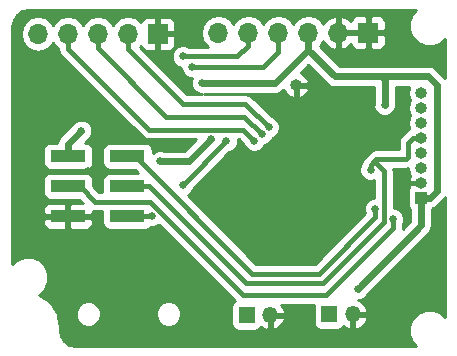
<source format=gbl>
G04 #@! TF.FileFunction,Copper,L2,Bot,Signal*
%FSLAX46Y46*%
G04 Gerber Fmt 4.6, Leading zero omitted, Abs format (unit mm)*
G04 Created by KiCad (PCBNEW 4.0.4-stable) date Thursday, September 28, 2017 'AMt' 07:09:09 AM*
%MOMM*%
%LPD*%
G01*
G04 APERTURE LIST*
%ADD10C,0.100000*%
%ADD11R,3.000000X1.000000*%
%ADD12R,1.000000X1.000000*%
%ADD13O,1.000000X1.000000*%
%ADD14R,1.700000X1.700000*%
%ADD15O,1.700000X1.700000*%
%ADD16R,1.350000X1.350000*%
%ADD17O,1.350000X1.350000*%
%ADD18C,0.650000*%
%ADD19C,0.400000*%
%ADD20C,0.600000*%
%ADD21C,0.406400*%
%ADD22C,0.250000*%
G04 APERTURE END LIST*
D10*
D11*
X145380000Y-108760000D03*
X150420000Y-108760000D03*
X145380000Y-111300000D03*
X150420000Y-111300000D03*
X145380000Y-113840000D03*
X150420000Y-113840000D03*
D12*
X175300000Y-112290000D03*
D13*
X175300000Y-111020000D03*
X175300000Y-109750000D03*
X175300000Y-108480000D03*
X175300000Y-107210000D03*
X175300000Y-105940000D03*
X175300000Y-104670000D03*
X175300000Y-103400000D03*
X164700000Y-102745000D03*
D14*
X153000000Y-98400000D03*
D15*
X150460000Y-98400000D03*
X147920000Y-98400000D03*
X145380000Y-98400000D03*
X142840000Y-98400000D03*
D14*
X170800000Y-98300000D03*
D15*
X168260000Y-98300000D03*
X165720000Y-98300000D03*
X163180000Y-98300000D03*
X160640000Y-98300000D03*
X158100000Y-98300000D03*
D16*
X160500000Y-122200000D03*
D17*
X162500000Y-122200000D03*
D16*
X167500000Y-122150000D03*
D17*
X169500000Y-122150000D03*
D18*
X154100000Y-117400000D03*
X160881500Y-116889384D03*
X169700000Y-105100000D03*
X167600000Y-106300000D03*
X147100000Y-110000000D03*
X155100000Y-111200000D03*
X158800000Y-107500000D03*
X152487347Y-113812653D03*
X153200000Y-109200000D03*
X157500000Y-107325000D03*
X146500000Y-106600000D03*
X156725000Y-102525000D03*
X172200000Y-104400000D03*
X169900000Y-120000000D03*
X161145875Y-107445088D03*
X161798958Y-106901042D03*
X162400000Y-106300000D03*
X171000000Y-109900000D03*
X172887347Y-114050000D03*
X171400000Y-113200000D03*
X155100000Y-100300000D03*
X155900000Y-101200000D03*
D19*
X158800000Y-107500000D02*
X155100000Y-111200000D01*
X150420000Y-113840000D02*
X152460000Y-113840000D01*
X152460000Y-113840000D02*
X152487347Y-113812653D01*
D20*
X155625000Y-109200000D02*
X153200000Y-109200000D01*
X157500000Y-107325000D02*
X155625000Y-109200000D01*
X145380000Y-108760000D02*
X145380000Y-107720000D01*
X145380000Y-107720000D02*
X146500000Y-106600000D01*
X165735000Y-99735000D02*
X162945000Y-102525000D01*
X162945000Y-102525000D02*
X156725000Y-102525000D01*
X175300000Y-112290000D02*
X176010000Y-112290000D01*
X176600000Y-102700000D02*
X175900000Y-102000000D01*
X176010000Y-112290000D02*
X176600000Y-111700000D01*
X176600000Y-111700000D02*
X176600000Y-102700000D01*
X175900000Y-102000000D02*
X171900000Y-102000000D01*
X169900000Y-120000000D02*
X175300000Y-114600000D01*
X175300000Y-114600000D02*
X175300000Y-112290000D01*
X165735000Y-98400000D02*
X165735000Y-99735000D01*
X165735000Y-99735000D02*
X168000000Y-102000000D01*
X168000000Y-102000000D02*
X171900000Y-102000000D01*
X171900000Y-102000000D02*
X172200000Y-102300000D01*
X172200000Y-102300000D02*
X172200000Y-104400000D01*
D19*
X145380000Y-98400000D02*
X145380000Y-99680000D01*
X145380000Y-99680000D02*
X152200000Y-106500000D01*
X152200000Y-106500000D02*
X160200787Y-106500000D01*
X160200787Y-106500000D02*
X161145875Y-107445088D01*
X147920000Y-98400000D02*
X147920000Y-99620000D01*
X147920000Y-99620000D02*
X153700000Y-105400000D01*
X153700000Y-105400000D02*
X160297916Y-105400000D01*
X160297916Y-105400000D02*
X161798958Y-106901042D01*
X150460000Y-98400000D02*
X150460000Y-99660000D01*
X150460000Y-99660000D02*
X155100000Y-104300000D01*
X155100000Y-104300000D02*
X160400000Y-104300000D01*
X160400000Y-104300000D02*
X162400000Y-106300000D01*
D21*
X175387000Y-109855000D02*
X175133000Y-109855000D01*
D19*
X150420000Y-111300000D02*
X152251458Y-111300000D01*
X152251458Y-111300000D02*
X160451458Y-119500000D01*
X160451458Y-119500000D02*
X166950000Y-119500000D01*
X172125001Y-114324999D02*
X172125001Y-110025001D01*
X166950000Y-119500000D02*
X172125001Y-114324999D01*
X172125001Y-110025001D02*
X171300000Y-109200000D01*
X171000000Y-109500000D02*
X171300000Y-109200000D01*
X171300000Y-109200000D02*
X171500000Y-109000000D01*
X171000000Y-109500000D02*
X171000000Y-109900000D01*
X171500000Y-109000000D02*
X172500000Y-109000000D01*
X174000000Y-109000000D02*
X172500000Y-109000000D01*
X174200000Y-108800000D02*
X174000000Y-109000000D01*
X174200000Y-107602894D02*
X174200000Y-108800000D01*
X175300000Y-107210000D02*
X174592894Y-107210000D01*
X174592894Y-107210000D02*
X174200000Y-107602894D01*
X172887347Y-114862653D02*
X172887347Y-114050000D01*
X172887347Y-114862653D02*
X167250000Y-120500000D01*
X160200000Y-120500000D02*
X152300000Y-112600000D01*
X167250000Y-120500000D02*
X160200000Y-120500000D01*
X152300000Y-112600000D02*
X147680000Y-112600000D01*
X147680000Y-112600000D02*
X146380000Y-111300000D01*
X146380000Y-111300000D02*
X145380000Y-111300000D01*
X150420000Y-108760000D02*
X151060000Y-108760000D01*
X151060000Y-108760000D02*
X161000000Y-118700000D01*
X161000000Y-118700000D02*
X166600000Y-118700000D01*
X166600000Y-118700000D02*
X171400000Y-113900000D01*
X171400000Y-113900000D02*
X171400000Y-113700000D01*
X171400000Y-113700000D02*
X171400000Y-113200000D01*
X171300000Y-113100000D02*
X171400000Y-113200000D01*
X155100000Y-100300000D02*
X159700000Y-100300000D01*
X159700000Y-100300000D02*
X160600000Y-99400000D01*
X160640000Y-98300000D02*
X160600000Y-98340000D01*
X160600000Y-98340000D02*
X160600000Y-99400000D01*
X155900000Y-101200000D02*
X161900000Y-101200000D01*
X161900000Y-101200000D02*
X163180000Y-99920000D01*
X163180000Y-99920000D02*
X163180000Y-98300000D01*
D22*
G36*
X174538469Y-96721590D02*
X174275300Y-97355371D01*
X174274701Y-98041618D01*
X174536763Y-98675858D01*
X175021590Y-99161531D01*
X175655371Y-99424700D01*
X176341618Y-99425299D01*
X176975858Y-99163237D01*
X177325000Y-98814703D01*
X177325000Y-102152074D01*
X177254074Y-102045926D01*
X177254071Y-102045924D01*
X176554074Y-101345926D01*
X176253983Y-101145411D01*
X175900000Y-101075000D01*
X168383148Y-101075000D01*
X166713255Y-99405107D01*
X166762983Y-99371880D01*
X166999085Y-99018527D01*
X167072185Y-99174497D01*
X167497258Y-99562487D01*
X167906628Y-99732045D01*
X168135000Y-99612812D01*
X168135000Y-98425000D01*
X168385000Y-98425000D01*
X168385000Y-99612812D01*
X168613372Y-99732045D01*
X169022742Y-99562487D01*
X169328690Y-99283229D01*
X169420150Y-99504034D01*
X169595966Y-99679849D01*
X169825680Y-99775000D01*
X170518750Y-99775000D01*
X170675000Y-99618750D01*
X170675000Y-98425000D01*
X170925000Y-98425000D01*
X170925000Y-99618750D01*
X171081250Y-99775000D01*
X171774320Y-99775000D01*
X172004034Y-99679849D01*
X172179850Y-99504034D01*
X172275000Y-99274320D01*
X172275000Y-98581250D01*
X172118750Y-98425000D01*
X170925000Y-98425000D01*
X170675000Y-98425000D01*
X168385000Y-98425000D01*
X168135000Y-98425000D01*
X168115000Y-98425000D01*
X168115000Y-98175000D01*
X168135000Y-98175000D01*
X168135000Y-96987188D01*
X168385000Y-96987188D01*
X168385000Y-98175000D01*
X170675000Y-98175000D01*
X170675000Y-96981250D01*
X170925000Y-96981250D01*
X170925000Y-98175000D01*
X172118750Y-98175000D01*
X172275000Y-98018750D01*
X172275000Y-97325680D01*
X172179850Y-97095966D01*
X172004034Y-96920151D01*
X171774320Y-96825000D01*
X171081250Y-96825000D01*
X170925000Y-96981250D01*
X170675000Y-96981250D01*
X170518750Y-96825000D01*
X169825680Y-96825000D01*
X169595966Y-96920151D01*
X169420150Y-97095966D01*
X169328690Y-97316771D01*
X169022742Y-97037513D01*
X168613372Y-96867955D01*
X168385000Y-96987188D01*
X168135000Y-96987188D01*
X167906628Y-96867955D01*
X167497258Y-97037513D01*
X167072185Y-97425503D01*
X166999085Y-97581473D01*
X166762983Y-97228120D01*
X166284458Y-96908381D01*
X165720000Y-96796103D01*
X165155542Y-96908381D01*
X164677017Y-97228120D01*
X164450000Y-97567876D01*
X164222983Y-97228120D01*
X163744458Y-96908381D01*
X163180000Y-96796103D01*
X162615542Y-96908381D01*
X162137017Y-97228120D01*
X161910000Y-97567876D01*
X161682983Y-97228120D01*
X161204458Y-96908381D01*
X160640000Y-96796103D01*
X160075542Y-96908381D01*
X159597017Y-97228120D01*
X159370000Y-97567876D01*
X159142983Y-97228120D01*
X158664458Y-96908381D01*
X158100000Y-96796103D01*
X157535542Y-96908381D01*
X157057017Y-97228120D01*
X156737278Y-97706645D01*
X156625000Y-98271103D01*
X156625000Y-98328897D01*
X156737278Y-98893355D01*
X157057017Y-99371880D01*
X157211348Y-99475000D01*
X155590433Y-99475000D01*
X155289796Y-99350165D01*
X154911862Y-99349835D01*
X154562571Y-99494159D01*
X154295098Y-99761165D01*
X154150165Y-100110204D01*
X154149835Y-100488138D01*
X154294159Y-100837429D01*
X154561165Y-101104902D01*
X154910204Y-101249835D01*
X154949956Y-101249870D01*
X154949835Y-101388138D01*
X155094159Y-101737429D01*
X155361165Y-102004902D01*
X155710204Y-102149835D01*
X155852085Y-102149959D01*
X155775165Y-102335204D01*
X155774835Y-102713138D01*
X155919159Y-103062429D01*
X156186165Y-103329902D01*
X156535204Y-103474835D01*
X156724171Y-103475000D01*
X155441726Y-103475000D01*
X151464392Y-99497666D01*
X151502983Y-99471880D01*
X151541521Y-99414204D01*
X151620150Y-99604034D01*
X151795966Y-99779849D01*
X152025680Y-99875000D01*
X152718750Y-99875000D01*
X152875000Y-99718750D01*
X152875000Y-98525000D01*
X153125000Y-98525000D01*
X153125000Y-99718750D01*
X153281250Y-99875000D01*
X153974320Y-99875000D01*
X154204034Y-99779849D01*
X154379850Y-99604034D01*
X154475000Y-99374320D01*
X154475000Y-98681250D01*
X154318750Y-98525000D01*
X153125000Y-98525000D01*
X152875000Y-98525000D01*
X152855000Y-98525000D01*
X152855000Y-98275000D01*
X152875000Y-98275000D01*
X152875000Y-97081250D01*
X153125000Y-97081250D01*
X153125000Y-98275000D01*
X154318750Y-98275000D01*
X154475000Y-98118750D01*
X154475000Y-97425680D01*
X154379850Y-97195966D01*
X154204034Y-97020151D01*
X153974320Y-96925000D01*
X153281250Y-96925000D01*
X153125000Y-97081250D01*
X152875000Y-97081250D01*
X152718750Y-96925000D01*
X152025680Y-96925000D01*
X151795966Y-97020151D01*
X151620150Y-97195966D01*
X151541521Y-97385796D01*
X151502983Y-97328120D01*
X151024458Y-97008381D01*
X150460000Y-96896103D01*
X149895542Y-97008381D01*
X149417017Y-97328120D01*
X149190000Y-97667876D01*
X148962983Y-97328120D01*
X148484458Y-97008381D01*
X147920000Y-96896103D01*
X147355542Y-97008381D01*
X146877017Y-97328120D01*
X146650000Y-97667876D01*
X146422983Y-97328120D01*
X145944458Y-97008381D01*
X145380000Y-96896103D01*
X144815542Y-97008381D01*
X144337017Y-97328120D01*
X144110000Y-97667876D01*
X143882983Y-97328120D01*
X143404458Y-97008381D01*
X142840000Y-96896103D01*
X142275542Y-97008381D01*
X141797017Y-97328120D01*
X141477278Y-97806645D01*
X141365000Y-98371103D01*
X141365000Y-98428897D01*
X141477278Y-98993355D01*
X141797017Y-99471880D01*
X142275542Y-99791619D01*
X142840000Y-99903897D01*
X143404458Y-99791619D01*
X143882983Y-99471880D01*
X144110000Y-99132124D01*
X144337017Y-99471880D01*
X144555000Y-99617531D01*
X144555000Y-99680000D01*
X144617799Y-99995714D01*
X144796637Y-100263363D01*
X151616637Y-107083363D01*
X151884286Y-107262201D01*
X152200000Y-107325000D01*
X156191853Y-107325000D01*
X155241852Y-108275000D01*
X153449606Y-108275000D01*
X153389796Y-108250165D01*
X153011862Y-108249835D01*
X152662571Y-108394159D01*
X152557244Y-108499302D01*
X152557244Y-108260000D01*
X152513663Y-108028389D01*
X152376781Y-107815668D01*
X152167924Y-107672962D01*
X151920000Y-107622756D01*
X148920000Y-107622756D01*
X148688389Y-107666337D01*
X148475668Y-107803219D01*
X148332962Y-108012076D01*
X148282756Y-108260000D01*
X148282756Y-109260000D01*
X148326337Y-109491611D01*
X148463219Y-109704332D01*
X148672076Y-109847038D01*
X148920000Y-109897244D01*
X151030518Y-109897244D01*
X151296030Y-110162756D01*
X148920000Y-110162756D01*
X148688389Y-110206337D01*
X148475668Y-110343219D01*
X148332962Y-110552076D01*
X148282756Y-110800000D01*
X148282756Y-111775000D01*
X148021726Y-111775000D01*
X147517244Y-111270518D01*
X147517244Y-110800000D01*
X147473663Y-110568389D01*
X147336781Y-110355668D01*
X147127924Y-110212962D01*
X146880000Y-110162756D01*
X143880000Y-110162756D01*
X143648389Y-110206337D01*
X143435668Y-110343219D01*
X143292962Y-110552076D01*
X143242756Y-110800000D01*
X143242756Y-111800000D01*
X143286337Y-112031611D01*
X143423219Y-112244332D01*
X143632076Y-112387038D01*
X143880000Y-112437244D01*
X146350518Y-112437244D01*
X146628274Y-112715000D01*
X145661250Y-112715000D01*
X145505000Y-112871250D01*
X145505000Y-113715000D01*
X147348750Y-113715000D01*
X147505000Y-113558750D01*
X147505000Y-113390191D01*
X147680000Y-113425000D01*
X148282756Y-113425000D01*
X148282756Y-114340000D01*
X148326337Y-114571611D01*
X148463219Y-114784332D01*
X148672076Y-114927038D01*
X148920000Y-114977244D01*
X151920000Y-114977244D01*
X152151611Y-114933663D01*
X152364332Y-114796781D01*
X152387710Y-114762567D01*
X152675485Y-114762818D01*
X153024776Y-114618494D01*
X153088327Y-114555053D01*
X159515032Y-120981758D01*
X159380668Y-121068219D01*
X159237962Y-121277076D01*
X159187756Y-121525000D01*
X159187756Y-122875000D01*
X159231337Y-123106611D01*
X159368219Y-123319332D01*
X159577076Y-123462038D01*
X159825000Y-123512244D01*
X161175000Y-123512244D01*
X161406611Y-123468663D01*
X161619332Y-123331781D01*
X161707959Y-123202071D01*
X161840540Y-123320330D01*
X162174117Y-123458491D01*
X162375000Y-123336899D01*
X162375000Y-122325000D01*
X162625000Y-122325000D01*
X162625000Y-123336899D01*
X162825883Y-123458491D01*
X163159460Y-123320330D01*
X163537993Y-122982686D01*
X163758502Y-122525885D01*
X163637737Y-122325000D01*
X162625000Y-122325000D01*
X162375000Y-122325000D01*
X162355000Y-122325000D01*
X162355000Y-122075000D01*
X162375000Y-122075000D01*
X162375000Y-122055000D01*
X162625000Y-122055000D01*
X162625000Y-122075000D01*
X163637737Y-122075000D01*
X163758502Y-121874115D01*
X163537993Y-121417314D01*
X163434500Y-121325000D01*
X166218132Y-121325000D01*
X166187756Y-121475000D01*
X166187756Y-122825000D01*
X166231337Y-123056611D01*
X166368219Y-123269332D01*
X166577076Y-123412038D01*
X166825000Y-123462244D01*
X168175000Y-123462244D01*
X168406611Y-123418663D01*
X168619332Y-123281781D01*
X168707959Y-123152071D01*
X168840540Y-123270330D01*
X169174117Y-123408491D01*
X169375000Y-123286899D01*
X169375000Y-122275000D01*
X169625000Y-122275000D01*
X169625000Y-123286899D01*
X169825883Y-123408491D01*
X170159460Y-123270330D01*
X170537993Y-122932686D01*
X170758502Y-122475885D01*
X170637737Y-122275000D01*
X169625000Y-122275000D01*
X169375000Y-122275000D01*
X169355000Y-122275000D01*
X169355000Y-122025000D01*
X169375000Y-122025000D01*
X169375000Y-122005000D01*
X169625000Y-122005000D01*
X169625000Y-122025000D01*
X170637737Y-122025000D01*
X170758502Y-121824115D01*
X170537993Y-121367314D01*
X170159460Y-121029670D01*
X169967248Y-120950059D01*
X170088138Y-120950165D01*
X170437429Y-120805841D01*
X170704902Y-120538835D01*
X170730173Y-120477975D01*
X175954074Y-115254074D01*
X176154589Y-114953983D01*
X176225000Y-114600000D01*
X176225000Y-113259221D01*
X176244332Y-113246781D01*
X176306320Y-113156059D01*
X176363983Y-113144589D01*
X176664074Y-112944074D01*
X177254074Y-112354074D01*
X177325000Y-112247926D01*
X177325000Y-122385664D01*
X176978410Y-122038469D01*
X176344629Y-121775300D01*
X175658382Y-121774701D01*
X175024142Y-122036763D01*
X174538469Y-122521590D01*
X174275300Y-123155371D01*
X174274701Y-123841618D01*
X174536763Y-124475858D01*
X174885297Y-124825000D01*
X146066481Y-124825000D01*
X145498004Y-124711923D01*
X145072435Y-124427567D01*
X144788077Y-124001996D01*
X144675000Y-123433519D01*
X144675000Y-123000000D01*
X144662030Y-122934795D01*
X144662030Y-122868314D01*
X144551550Y-122312893D01*
X146024814Y-122312893D01*
X146188128Y-122708143D01*
X146490267Y-123010809D01*
X146885231Y-123174813D01*
X147312893Y-123175186D01*
X147708143Y-123011872D01*
X148010809Y-122709733D01*
X148174813Y-122314769D01*
X148174814Y-122312893D01*
X152824814Y-122312893D01*
X152988128Y-122708143D01*
X153290267Y-123010809D01*
X153685231Y-123174813D01*
X154112893Y-123175186D01*
X154508143Y-123011872D01*
X154810809Y-122709733D01*
X154974813Y-122314769D01*
X154975186Y-121887107D01*
X154811872Y-121491857D01*
X154509733Y-121189191D01*
X154114769Y-121025187D01*
X153687107Y-121024814D01*
X153291857Y-121188128D01*
X152989191Y-121490267D01*
X152825187Y-121885231D01*
X152824814Y-122312893D01*
X148174814Y-122312893D01*
X148175186Y-121887107D01*
X148011872Y-121491857D01*
X147709733Y-121189191D01*
X147314769Y-121025187D01*
X146887107Y-121024814D01*
X146491857Y-121188128D01*
X146189191Y-121490267D01*
X146025187Y-121885231D01*
X146024814Y-122312893D01*
X144551550Y-122312893D01*
X144509789Y-122102947D01*
X144409001Y-121859623D01*
X143975456Y-121210777D01*
X143975455Y-121210775D01*
X143896366Y-121131686D01*
X143789225Y-121024544D01*
X143789220Y-121024542D01*
X143140376Y-120590999D01*
X142903806Y-120493008D01*
X142975858Y-120463237D01*
X143461531Y-119978410D01*
X143724700Y-119344629D01*
X143725299Y-118658382D01*
X143463237Y-118024142D01*
X142978410Y-117538469D01*
X142344629Y-117275300D01*
X141658382Y-117274701D01*
X141024142Y-117536763D01*
X140675000Y-117885297D01*
X140675000Y-114121250D01*
X143255000Y-114121250D01*
X143255000Y-114464320D01*
X143350151Y-114694034D01*
X143525966Y-114869850D01*
X143755680Y-114965000D01*
X145098750Y-114965000D01*
X145255000Y-114808750D01*
X145255000Y-113965000D01*
X145505000Y-113965000D01*
X145505000Y-114808750D01*
X145661250Y-114965000D01*
X147004320Y-114965000D01*
X147234034Y-114869850D01*
X147409849Y-114694034D01*
X147505000Y-114464320D01*
X147505000Y-114121250D01*
X147348750Y-113965000D01*
X145505000Y-113965000D01*
X145255000Y-113965000D01*
X143411250Y-113965000D01*
X143255000Y-114121250D01*
X140675000Y-114121250D01*
X140675000Y-113215680D01*
X143255000Y-113215680D01*
X143255000Y-113558750D01*
X143411250Y-113715000D01*
X145255000Y-113715000D01*
X145255000Y-112871250D01*
X145098750Y-112715000D01*
X143755680Y-112715000D01*
X143525966Y-112810150D01*
X143350151Y-112985966D01*
X143255000Y-113215680D01*
X140675000Y-113215680D01*
X140675000Y-108260000D01*
X143242756Y-108260000D01*
X143242756Y-109260000D01*
X143286337Y-109491611D01*
X143423219Y-109704332D01*
X143632076Y-109847038D01*
X143880000Y-109897244D01*
X146880000Y-109897244D01*
X147111611Y-109853663D01*
X147324332Y-109716781D01*
X147467038Y-109507924D01*
X147517244Y-109260000D01*
X147517244Y-108260000D01*
X147473663Y-108028389D01*
X147336781Y-107815668D01*
X147127924Y-107672962D01*
X146880000Y-107622756D01*
X146785392Y-107622756D01*
X146977576Y-107430572D01*
X147037429Y-107405841D01*
X147304902Y-107138835D01*
X147449835Y-106789796D01*
X147450165Y-106411862D01*
X147305841Y-106062571D01*
X147038835Y-105795098D01*
X146689796Y-105650165D01*
X146311862Y-105649835D01*
X145962571Y-105794159D01*
X145695098Y-106061165D01*
X145669827Y-106122025D01*
X144725926Y-107065926D01*
X144525411Y-107366017D01*
X144474343Y-107622756D01*
X143880000Y-107622756D01*
X143648389Y-107666337D01*
X143435668Y-107803219D01*
X143292962Y-108012076D01*
X143242756Y-108260000D01*
X140675000Y-108260000D01*
X140675000Y-97766481D01*
X140788077Y-97198004D01*
X141072435Y-96772433D01*
X141498004Y-96488077D01*
X142066481Y-96375000D01*
X174885664Y-96375000D01*
X174538469Y-96721590D01*
X174538469Y-96721590D01*
G37*
X174538469Y-96721590D02*
X174275300Y-97355371D01*
X174274701Y-98041618D01*
X174536763Y-98675858D01*
X175021590Y-99161531D01*
X175655371Y-99424700D01*
X176341618Y-99425299D01*
X176975858Y-99163237D01*
X177325000Y-98814703D01*
X177325000Y-102152074D01*
X177254074Y-102045926D01*
X177254071Y-102045924D01*
X176554074Y-101345926D01*
X176253983Y-101145411D01*
X175900000Y-101075000D01*
X168383148Y-101075000D01*
X166713255Y-99405107D01*
X166762983Y-99371880D01*
X166999085Y-99018527D01*
X167072185Y-99174497D01*
X167497258Y-99562487D01*
X167906628Y-99732045D01*
X168135000Y-99612812D01*
X168135000Y-98425000D01*
X168385000Y-98425000D01*
X168385000Y-99612812D01*
X168613372Y-99732045D01*
X169022742Y-99562487D01*
X169328690Y-99283229D01*
X169420150Y-99504034D01*
X169595966Y-99679849D01*
X169825680Y-99775000D01*
X170518750Y-99775000D01*
X170675000Y-99618750D01*
X170675000Y-98425000D01*
X170925000Y-98425000D01*
X170925000Y-99618750D01*
X171081250Y-99775000D01*
X171774320Y-99775000D01*
X172004034Y-99679849D01*
X172179850Y-99504034D01*
X172275000Y-99274320D01*
X172275000Y-98581250D01*
X172118750Y-98425000D01*
X170925000Y-98425000D01*
X170675000Y-98425000D01*
X168385000Y-98425000D01*
X168135000Y-98425000D01*
X168115000Y-98425000D01*
X168115000Y-98175000D01*
X168135000Y-98175000D01*
X168135000Y-96987188D01*
X168385000Y-96987188D01*
X168385000Y-98175000D01*
X170675000Y-98175000D01*
X170675000Y-96981250D01*
X170925000Y-96981250D01*
X170925000Y-98175000D01*
X172118750Y-98175000D01*
X172275000Y-98018750D01*
X172275000Y-97325680D01*
X172179850Y-97095966D01*
X172004034Y-96920151D01*
X171774320Y-96825000D01*
X171081250Y-96825000D01*
X170925000Y-96981250D01*
X170675000Y-96981250D01*
X170518750Y-96825000D01*
X169825680Y-96825000D01*
X169595966Y-96920151D01*
X169420150Y-97095966D01*
X169328690Y-97316771D01*
X169022742Y-97037513D01*
X168613372Y-96867955D01*
X168385000Y-96987188D01*
X168135000Y-96987188D01*
X167906628Y-96867955D01*
X167497258Y-97037513D01*
X167072185Y-97425503D01*
X166999085Y-97581473D01*
X166762983Y-97228120D01*
X166284458Y-96908381D01*
X165720000Y-96796103D01*
X165155542Y-96908381D01*
X164677017Y-97228120D01*
X164450000Y-97567876D01*
X164222983Y-97228120D01*
X163744458Y-96908381D01*
X163180000Y-96796103D01*
X162615542Y-96908381D01*
X162137017Y-97228120D01*
X161910000Y-97567876D01*
X161682983Y-97228120D01*
X161204458Y-96908381D01*
X160640000Y-96796103D01*
X160075542Y-96908381D01*
X159597017Y-97228120D01*
X159370000Y-97567876D01*
X159142983Y-97228120D01*
X158664458Y-96908381D01*
X158100000Y-96796103D01*
X157535542Y-96908381D01*
X157057017Y-97228120D01*
X156737278Y-97706645D01*
X156625000Y-98271103D01*
X156625000Y-98328897D01*
X156737278Y-98893355D01*
X157057017Y-99371880D01*
X157211348Y-99475000D01*
X155590433Y-99475000D01*
X155289796Y-99350165D01*
X154911862Y-99349835D01*
X154562571Y-99494159D01*
X154295098Y-99761165D01*
X154150165Y-100110204D01*
X154149835Y-100488138D01*
X154294159Y-100837429D01*
X154561165Y-101104902D01*
X154910204Y-101249835D01*
X154949956Y-101249870D01*
X154949835Y-101388138D01*
X155094159Y-101737429D01*
X155361165Y-102004902D01*
X155710204Y-102149835D01*
X155852085Y-102149959D01*
X155775165Y-102335204D01*
X155774835Y-102713138D01*
X155919159Y-103062429D01*
X156186165Y-103329902D01*
X156535204Y-103474835D01*
X156724171Y-103475000D01*
X155441726Y-103475000D01*
X151464392Y-99497666D01*
X151502983Y-99471880D01*
X151541521Y-99414204D01*
X151620150Y-99604034D01*
X151795966Y-99779849D01*
X152025680Y-99875000D01*
X152718750Y-99875000D01*
X152875000Y-99718750D01*
X152875000Y-98525000D01*
X153125000Y-98525000D01*
X153125000Y-99718750D01*
X153281250Y-99875000D01*
X153974320Y-99875000D01*
X154204034Y-99779849D01*
X154379850Y-99604034D01*
X154475000Y-99374320D01*
X154475000Y-98681250D01*
X154318750Y-98525000D01*
X153125000Y-98525000D01*
X152875000Y-98525000D01*
X152855000Y-98525000D01*
X152855000Y-98275000D01*
X152875000Y-98275000D01*
X152875000Y-97081250D01*
X153125000Y-97081250D01*
X153125000Y-98275000D01*
X154318750Y-98275000D01*
X154475000Y-98118750D01*
X154475000Y-97425680D01*
X154379850Y-97195966D01*
X154204034Y-97020151D01*
X153974320Y-96925000D01*
X153281250Y-96925000D01*
X153125000Y-97081250D01*
X152875000Y-97081250D01*
X152718750Y-96925000D01*
X152025680Y-96925000D01*
X151795966Y-97020151D01*
X151620150Y-97195966D01*
X151541521Y-97385796D01*
X151502983Y-97328120D01*
X151024458Y-97008381D01*
X150460000Y-96896103D01*
X149895542Y-97008381D01*
X149417017Y-97328120D01*
X149190000Y-97667876D01*
X148962983Y-97328120D01*
X148484458Y-97008381D01*
X147920000Y-96896103D01*
X147355542Y-97008381D01*
X146877017Y-97328120D01*
X146650000Y-97667876D01*
X146422983Y-97328120D01*
X145944458Y-97008381D01*
X145380000Y-96896103D01*
X144815542Y-97008381D01*
X144337017Y-97328120D01*
X144110000Y-97667876D01*
X143882983Y-97328120D01*
X143404458Y-97008381D01*
X142840000Y-96896103D01*
X142275542Y-97008381D01*
X141797017Y-97328120D01*
X141477278Y-97806645D01*
X141365000Y-98371103D01*
X141365000Y-98428897D01*
X141477278Y-98993355D01*
X141797017Y-99471880D01*
X142275542Y-99791619D01*
X142840000Y-99903897D01*
X143404458Y-99791619D01*
X143882983Y-99471880D01*
X144110000Y-99132124D01*
X144337017Y-99471880D01*
X144555000Y-99617531D01*
X144555000Y-99680000D01*
X144617799Y-99995714D01*
X144796637Y-100263363D01*
X151616637Y-107083363D01*
X151884286Y-107262201D01*
X152200000Y-107325000D01*
X156191853Y-107325000D01*
X155241852Y-108275000D01*
X153449606Y-108275000D01*
X153389796Y-108250165D01*
X153011862Y-108249835D01*
X152662571Y-108394159D01*
X152557244Y-108499302D01*
X152557244Y-108260000D01*
X152513663Y-108028389D01*
X152376781Y-107815668D01*
X152167924Y-107672962D01*
X151920000Y-107622756D01*
X148920000Y-107622756D01*
X148688389Y-107666337D01*
X148475668Y-107803219D01*
X148332962Y-108012076D01*
X148282756Y-108260000D01*
X148282756Y-109260000D01*
X148326337Y-109491611D01*
X148463219Y-109704332D01*
X148672076Y-109847038D01*
X148920000Y-109897244D01*
X151030518Y-109897244D01*
X151296030Y-110162756D01*
X148920000Y-110162756D01*
X148688389Y-110206337D01*
X148475668Y-110343219D01*
X148332962Y-110552076D01*
X148282756Y-110800000D01*
X148282756Y-111775000D01*
X148021726Y-111775000D01*
X147517244Y-111270518D01*
X147517244Y-110800000D01*
X147473663Y-110568389D01*
X147336781Y-110355668D01*
X147127924Y-110212962D01*
X146880000Y-110162756D01*
X143880000Y-110162756D01*
X143648389Y-110206337D01*
X143435668Y-110343219D01*
X143292962Y-110552076D01*
X143242756Y-110800000D01*
X143242756Y-111800000D01*
X143286337Y-112031611D01*
X143423219Y-112244332D01*
X143632076Y-112387038D01*
X143880000Y-112437244D01*
X146350518Y-112437244D01*
X146628274Y-112715000D01*
X145661250Y-112715000D01*
X145505000Y-112871250D01*
X145505000Y-113715000D01*
X147348750Y-113715000D01*
X147505000Y-113558750D01*
X147505000Y-113390191D01*
X147680000Y-113425000D01*
X148282756Y-113425000D01*
X148282756Y-114340000D01*
X148326337Y-114571611D01*
X148463219Y-114784332D01*
X148672076Y-114927038D01*
X148920000Y-114977244D01*
X151920000Y-114977244D01*
X152151611Y-114933663D01*
X152364332Y-114796781D01*
X152387710Y-114762567D01*
X152675485Y-114762818D01*
X153024776Y-114618494D01*
X153088327Y-114555053D01*
X159515032Y-120981758D01*
X159380668Y-121068219D01*
X159237962Y-121277076D01*
X159187756Y-121525000D01*
X159187756Y-122875000D01*
X159231337Y-123106611D01*
X159368219Y-123319332D01*
X159577076Y-123462038D01*
X159825000Y-123512244D01*
X161175000Y-123512244D01*
X161406611Y-123468663D01*
X161619332Y-123331781D01*
X161707959Y-123202071D01*
X161840540Y-123320330D01*
X162174117Y-123458491D01*
X162375000Y-123336899D01*
X162375000Y-122325000D01*
X162625000Y-122325000D01*
X162625000Y-123336899D01*
X162825883Y-123458491D01*
X163159460Y-123320330D01*
X163537993Y-122982686D01*
X163758502Y-122525885D01*
X163637737Y-122325000D01*
X162625000Y-122325000D01*
X162375000Y-122325000D01*
X162355000Y-122325000D01*
X162355000Y-122075000D01*
X162375000Y-122075000D01*
X162375000Y-122055000D01*
X162625000Y-122055000D01*
X162625000Y-122075000D01*
X163637737Y-122075000D01*
X163758502Y-121874115D01*
X163537993Y-121417314D01*
X163434500Y-121325000D01*
X166218132Y-121325000D01*
X166187756Y-121475000D01*
X166187756Y-122825000D01*
X166231337Y-123056611D01*
X166368219Y-123269332D01*
X166577076Y-123412038D01*
X166825000Y-123462244D01*
X168175000Y-123462244D01*
X168406611Y-123418663D01*
X168619332Y-123281781D01*
X168707959Y-123152071D01*
X168840540Y-123270330D01*
X169174117Y-123408491D01*
X169375000Y-123286899D01*
X169375000Y-122275000D01*
X169625000Y-122275000D01*
X169625000Y-123286899D01*
X169825883Y-123408491D01*
X170159460Y-123270330D01*
X170537993Y-122932686D01*
X170758502Y-122475885D01*
X170637737Y-122275000D01*
X169625000Y-122275000D01*
X169375000Y-122275000D01*
X169355000Y-122275000D01*
X169355000Y-122025000D01*
X169375000Y-122025000D01*
X169375000Y-122005000D01*
X169625000Y-122005000D01*
X169625000Y-122025000D01*
X170637737Y-122025000D01*
X170758502Y-121824115D01*
X170537993Y-121367314D01*
X170159460Y-121029670D01*
X169967248Y-120950059D01*
X170088138Y-120950165D01*
X170437429Y-120805841D01*
X170704902Y-120538835D01*
X170730173Y-120477975D01*
X175954074Y-115254074D01*
X176154589Y-114953983D01*
X176225000Y-114600000D01*
X176225000Y-113259221D01*
X176244332Y-113246781D01*
X176306320Y-113156059D01*
X176363983Y-113144589D01*
X176664074Y-112944074D01*
X177254074Y-112354074D01*
X177325000Y-112247926D01*
X177325000Y-122385664D01*
X176978410Y-122038469D01*
X176344629Y-121775300D01*
X175658382Y-121774701D01*
X175024142Y-122036763D01*
X174538469Y-122521590D01*
X174275300Y-123155371D01*
X174274701Y-123841618D01*
X174536763Y-124475858D01*
X174885297Y-124825000D01*
X146066481Y-124825000D01*
X145498004Y-124711923D01*
X145072435Y-124427567D01*
X144788077Y-124001996D01*
X144675000Y-123433519D01*
X144675000Y-123000000D01*
X144662030Y-122934795D01*
X144662030Y-122868314D01*
X144551550Y-122312893D01*
X146024814Y-122312893D01*
X146188128Y-122708143D01*
X146490267Y-123010809D01*
X146885231Y-123174813D01*
X147312893Y-123175186D01*
X147708143Y-123011872D01*
X148010809Y-122709733D01*
X148174813Y-122314769D01*
X148174814Y-122312893D01*
X152824814Y-122312893D01*
X152988128Y-122708143D01*
X153290267Y-123010809D01*
X153685231Y-123174813D01*
X154112893Y-123175186D01*
X154508143Y-123011872D01*
X154810809Y-122709733D01*
X154974813Y-122314769D01*
X154975186Y-121887107D01*
X154811872Y-121491857D01*
X154509733Y-121189191D01*
X154114769Y-121025187D01*
X153687107Y-121024814D01*
X153291857Y-121188128D01*
X152989191Y-121490267D01*
X152825187Y-121885231D01*
X152824814Y-122312893D01*
X148174814Y-122312893D01*
X148175186Y-121887107D01*
X148011872Y-121491857D01*
X147709733Y-121189191D01*
X147314769Y-121025187D01*
X146887107Y-121024814D01*
X146491857Y-121188128D01*
X146189191Y-121490267D01*
X146025187Y-121885231D01*
X146024814Y-122312893D01*
X144551550Y-122312893D01*
X144509789Y-122102947D01*
X144409001Y-121859623D01*
X143975456Y-121210777D01*
X143975455Y-121210775D01*
X143896366Y-121131686D01*
X143789225Y-121024544D01*
X143789220Y-121024542D01*
X143140376Y-120590999D01*
X142903806Y-120493008D01*
X142975858Y-120463237D01*
X143461531Y-119978410D01*
X143724700Y-119344629D01*
X143725299Y-118658382D01*
X143463237Y-118024142D01*
X142978410Y-117538469D01*
X142344629Y-117275300D01*
X141658382Y-117274701D01*
X141024142Y-117536763D01*
X140675000Y-117885297D01*
X140675000Y-114121250D01*
X143255000Y-114121250D01*
X143255000Y-114464320D01*
X143350151Y-114694034D01*
X143525966Y-114869850D01*
X143755680Y-114965000D01*
X145098750Y-114965000D01*
X145255000Y-114808750D01*
X145255000Y-113965000D01*
X145505000Y-113965000D01*
X145505000Y-114808750D01*
X145661250Y-114965000D01*
X147004320Y-114965000D01*
X147234034Y-114869850D01*
X147409849Y-114694034D01*
X147505000Y-114464320D01*
X147505000Y-114121250D01*
X147348750Y-113965000D01*
X145505000Y-113965000D01*
X145255000Y-113965000D01*
X143411250Y-113965000D01*
X143255000Y-114121250D01*
X140675000Y-114121250D01*
X140675000Y-113215680D01*
X143255000Y-113215680D01*
X143255000Y-113558750D01*
X143411250Y-113715000D01*
X145255000Y-113715000D01*
X145255000Y-112871250D01*
X145098750Y-112715000D01*
X143755680Y-112715000D01*
X143525966Y-112810150D01*
X143350151Y-112985966D01*
X143255000Y-113215680D01*
X140675000Y-113215680D01*
X140675000Y-108260000D01*
X143242756Y-108260000D01*
X143242756Y-109260000D01*
X143286337Y-109491611D01*
X143423219Y-109704332D01*
X143632076Y-109847038D01*
X143880000Y-109897244D01*
X146880000Y-109897244D01*
X147111611Y-109853663D01*
X147324332Y-109716781D01*
X147467038Y-109507924D01*
X147517244Y-109260000D01*
X147517244Y-108260000D01*
X147473663Y-108028389D01*
X147336781Y-107815668D01*
X147127924Y-107672962D01*
X146880000Y-107622756D01*
X146785392Y-107622756D01*
X146977576Y-107430572D01*
X147037429Y-107405841D01*
X147304902Y-107138835D01*
X147449835Y-106789796D01*
X147450165Y-106411862D01*
X147305841Y-106062571D01*
X147038835Y-105795098D01*
X146689796Y-105650165D01*
X146311862Y-105649835D01*
X145962571Y-105794159D01*
X145695098Y-106061165D01*
X145669827Y-106122025D01*
X144725926Y-107065926D01*
X144525411Y-107366017D01*
X144474343Y-107622756D01*
X143880000Y-107622756D01*
X143648389Y-107666337D01*
X143435668Y-107803219D01*
X143292962Y-108012076D01*
X143242756Y-108260000D01*
X140675000Y-108260000D01*
X140675000Y-97766481D01*
X140788077Y-97198004D01*
X141072435Y-96772433D01*
X141498004Y-96488077D01*
X142066481Y-96375000D01*
X174885664Y-96375000D01*
X174538469Y-96721590D01*
G36*
X167345926Y-102654074D02*
X167646018Y-102854589D01*
X168000000Y-102925001D01*
X168000005Y-102925000D01*
X171275000Y-102925000D01*
X171275000Y-104150394D01*
X171250165Y-104210204D01*
X171249835Y-104588138D01*
X171394159Y-104937429D01*
X171661165Y-105204902D01*
X172010204Y-105349835D01*
X172388138Y-105350165D01*
X172737429Y-105205841D01*
X173004902Y-104938835D01*
X173149835Y-104589796D01*
X173150165Y-104211862D01*
X173125000Y-104150958D01*
X173125000Y-102925000D01*
X174268317Y-102925000D01*
X174238596Y-102969481D01*
X174152960Y-103400000D01*
X174238596Y-103830519D01*
X174375226Y-104035000D01*
X174238596Y-104239481D01*
X174152960Y-104670000D01*
X174238596Y-105100519D01*
X174375226Y-105305000D01*
X174238596Y-105509481D01*
X174152960Y-105940000D01*
X174238596Y-106370519D01*
X174288702Y-106445507D01*
X174277180Y-106447799D01*
X174009531Y-106626637D01*
X173616637Y-107019531D01*
X173437799Y-107287180D01*
X173375000Y-107602894D01*
X173375000Y-108175000D01*
X171500000Y-108175000D01*
X171184286Y-108237799D01*
X170916637Y-108416637D01*
X170416637Y-108916637D01*
X170237799Y-109184286D01*
X170204478Y-109351801D01*
X170195098Y-109361165D01*
X170050165Y-109710204D01*
X170049835Y-110088138D01*
X170194159Y-110437429D01*
X170461165Y-110704902D01*
X170810204Y-110849835D01*
X171188138Y-110850165D01*
X171300001Y-110803944D01*
X171300001Y-112249912D01*
X171211862Y-112249835D01*
X171012606Y-112332166D01*
X170984286Y-112337799D01*
X170960487Y-112353701D01*
X170862571Y-112394159D01*
X170786928Y-112469670D01*
X170716637Y-112516637D01*
X170670081Y-112586313D01*
X170595098Y-112661165D01*
X170554111Y-112759874D01*
X170537799Y-112784286D01*
X170532121Y-112812831D01*
X170450165Y-113010204D01*
X170449835Y-113388138D01*
X170536176Y-113597098D01*
X166258274Y-117875000D01*
X161341726Y-117875000D01*
X155520770Y-112054044D01*
X155637429Y-112005841D01*
X155904902Y-111738835D01*
X156030595Y-111436131D01*
X159036575Y-108430151D01*
X159337429Y-108305841D01*
X159604902Y-108038835D01*
X159749835Y-107689796D01*
X159750154Y-107325000D01*
X159859061Y-107325000D01*
X160215724Y-107681663D01*
X160340034Y-107982517D01*
X160607040Y-108249990D01*
X160956079Y-108394923D01*
X161334013Y-108395253D01*
X161683304Y-108250929D01*
X161950777Y-107983923D01*
X162009777Y-107841836D01*
X162336387Y-107706883D01*
X162603860Y-107439877D01*
X162702206Y-107203033D01*
X162937429Y-107105841D01*
X163204902Y-106838835D01*
X163349835Y-106489796D01*
X163350165Y-106111862D01*
X163205841Y-105762571D01*
X162938835Y-105495098D01*
X162636131Y-105369405D01*
X160983363Y-103716637D01*
X160715714Y-103537799D01*
X160400000Y-103475000D01*
X156913537Y-103475000D01*
X156974042Y-103450000D01*
X162945000Y-103450000D01*
X163298983Y-103379589D01*
X163599074Y-103179074D01*
X163650283Y-103127865D01*
X163722008Y-103301045D01*
X164009242Y-103632980D01*
X164401638Y-103829728D01*
X164575000Y-103706797D01*
X164575000Y-102870000D01*
X164825000Y-102870000D01*
X164825000Y-103706797D01*
X164998362Y-103829728D01*
X165390758Y-103632980D01*
X165677992Y-103301045D01*
X165784715Y-103043360D01*
X165660652Y-102870000D01*
X164825000Y-102870000D01*
X164575000Y-102870000D01*
X164555000Y-102870000D01*
X164555000Y-102620000D01*
X164575000Y-102620000D01*
X164575000Y-102600000D01*
X164825000Y-102600000D01*
X164825000Y-102620000D01*
X165660652Y-102620000D01*
X165784715Y-102446640D01*
X165677992Y-102188955D01*
X165390758Y-101857020D01*
X165077964Y-101700184D01*
X165735000Y-101043148D01*
X167345926Y-102654074D01*
X167345926Y-102654074D01*
G37*
X167345926Y-102654074D02*
X167646018Y-102854589D01*
X168000000Y-102925001D01*
X168000005Y-102925000D01*
X171275000Y-102925000D01*
X171275000Y-104150394D01*
X171250165Y-104210204D01*
X171249835Y-104588138D01*
X171394159Y-104937429D01*
X171661165Y-105204902D01*
X172010204Y-105349835D01*
X172388138Y-105350165D01*
X172737429Y-105205841D01*
X173004902Y-104938835D01*
X173149835Y-104589796D01*
X173150165Y-104211862D01*
X173125000Y-104150958D01*
X173125000Y-102925000D01*
X174268317Y-102925000D01*
X174238596Y-102969481D01*
X174152960Y-103400000D01*
X174238596Y-103830519D01*
X174375226Y-104035000D01*
X174238596Y-104239481D01*
X174152960Y-104670000D01*
X174238596Y-105100519D01*
X174375226Y-105305000D01*
X174238596Y-105509481D01*
X174152960Y-105940000D01*
X174238596Y-106370519D01*
X174288702Y-106445507D01*
X174277180Y-106447799D01*
X174009531Y-106626637D01*
X173616637Y-107019531D01*
X173437799Y-107287180D01*
X173375000Y-107602894D01*
X173375000Y-108175000D01*
X171500000Y-108175000D01*
X171184286Y-108237799D01*
X170916637Y-108416637D01*
X170416637Y-108916637D01*
X170237799Y-109184286D01*
X170204478Y-109351801D01*
X170195098Y-109361165D01*
X170050165Y-109710204D01*
X170049835Y-110088138D01*
X170194159Y-110437429D01*
X170461165Y-110704902D01*
X170810204Y-110849835D01*
X171188138Y-110850165D01*
X171300001Y-110803944D01*
X171300001Y-112249912D01*
X171211862Y-112249835D01*
X171012606Y-112332166D01*
X170984286Y-112337799D01*
X170960487Y-112353701D01*
X170862571Y-112394159D01*
X170786928Y-112469670D01*
X170716637Y-112516637D01*
X170670081Y-112586313D01*
X170595098Y-112661165D01*
X170554111Y-112759874D01*
X170537799Y-112784286D01*
X170532121Y-112812831D01*
X170450165Y-113010204D01*
X170449835Y-113388138D01*
X170536176Y-113597098D01*
X166258274Y-117875000D01*
X161341726Y-117875000D01*
X155520770Y-112054044D01*
X155637429Y-112005841D01*
X155904902Y-111738835D01*
X156030595Y-111436131D01*
X159036575Y-108430151D01*
X159337429Y-108305841D01*
X159604902Y-108038835D01*
X159749835Y-107689796D01*
X159750154Y-107325000D01*
X159859061Y-107325000D01*
X160215724Y-107681663D01*
X160340034Y-107982517D01*
X160607040Y-108249990D01*
X160956079Y-108394923D01*
X161334013Y-108395253D01*
X161683304Y-108250929D01*
X161950777Y-107983923D01*
X162009777Y-107841836D01*
X162336387Y-107706883D01*
X162603860Y-107439877D01*
X162702206Y-107203033D01*
X162937429Y-107105841D01*
X163204902Y-106838835D01*
X163349835Y-106489796D01*
X163350165Y-106111862D01*
X163205841Y-105762571D01*
X162938835Y-105495098D01*
X162636131Y-105369405D01*
X160983363Y-103716637D01*
X160715714Y-103537799D01*
X160400000Y-103475000D01*
X156913537Y-103475000D01*
X156974042Y-103450000D01*
X162945000Y-103450000D01*
X163298983Y-103379589D01*
X163599074Y-103179074D01*
X163650283Y-103127865D01*
X163722008Y-103301045D01*
X164009242Y-103632980D01*
X164401638Y-103829728D01*
X164575000Y-103706797D01*
X164575000Y-102870000D01*
X164825000Y-102870000D01*
X164825000Y-103706797D01*
X164998362Y-103829728D01*
X165390758Y-103632980D01*
X165677992Y-103301045D01*
X165784715Y-103043360D01*
X165660652Y-102870000D01*
X164825000Y-102870000D01*
X164575000Y-102870000D01*
X164555000Y-102870000D01*
X164555000Y-102620000D01*
X164575000Y-102620000D01*
X164575000Y-102600000D01*
X164825000Y-102600000D01*
X164825000Y-102620000D01*
X165660652Y-102620000D01*
X165784715Y-102446640D01*
X165677992Y-102188955D01*
X165390758Y-101857020D01*
X165077964Y-101700184D01*
X165735000Y-101043148D01*
X167345926Y-102654074D01*
G36*
X174238596Y-110180519D02*
X174381807Y-110394850D01*
X174322008Y-110463955D01*
X174215285Y-110721640D01*
X174339348Y-110895000D01*
X175175000Y-110895000D01*
X175175000Y-110875000D01*
X175425000Y-110875000D01*
X175425000Y-110895000D01*
X175445000Y-110895000D01*
X175445000Y-111145000D01*
X175425000Y-111145000D01*
X175425000Y-111152756D01*
X175175000Y-111152756D01*
X175175000Y-111145000D01*
X174339348Y-111145000D01*
X174215285Y-111318360D01*
X174272096Y-111455531D01*
X174212962Y-111542076D01*
X174162756Y-111790000D01*
X174162756Y-112790000D01*
X174206337Y-113021611D01*
X174343219Y-113234332D01*
X174375000Y-113256047D01*
X174375000Y-114216852D01*
X173708163Y-114883689D01*
X173712347Y-114862653D01*
X173712347Y-114540433D01*
X173837182Y-114239796D01*
X173837512Y-113861862D01*
X173693188Y-113512571D01*
X173426182Y-113245098D01*
X173077143Y-113100165D01*
X172950001Y-113100054D01*
X172950001Y-110025001D01*
X172910219Y-109825000D01*
X174000000Y-109825000D01*
X174161489Y-109792878D01*
X174238596Y-110180519D01*
X174238596Y-110180519D01*
G37*
X174238596Y-110180519D02*
X174381807Y-110394850D01*
X174322008Y-110463955D01*
X174215285Y-110721640D01*
X174339348Y-110895000D01*
X175175000Y-110895000D01*
X175175000Y-110875000D01*
X175425000Y-110875000D01*
X175425000Y-110895000D01*
X175445000Y-110895000D01*
X175445000Y-111145000D01*
X175425000Y-111145000D01*
X175425000Y-111152756D01*
X175175000Y-111152756D01*
X175175000Y-111145000D01*
X174339348Y-111145000D01*
X174215285Y-111318360D01*
X174272096Y-111455531D01*
X174212962Y-111542076D01*
X174162756Y-111790000D01*
X174162756Y-112790000D01*
X174206337Y-113021611D01*
X174343219Y-113234332D01*
X174375000Y-113256047D01*
X174375000Y-114216852D01*
X173708163Y-114883689D01*
X173712347Y-114862653D01*
X173712347Y-114540433D01*
X173837182Y-114239796D01*
X173837512Y-113861862D01*
X173693188Y-113512571D01*
X173426182Y-113245098D01*
X173077143Y-113100165D01*
X172950001Y-113100054D01*
X172950001Y-110025001D01*
X172910219Y-109825000D01*
X174000000Y-109825000D01*
X174161489Y-109792878D01*
X174238596Y-110180519D01*
M02*

</source>
